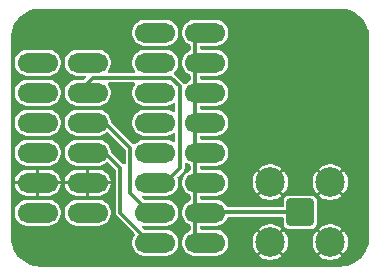
<source format=gbl>
G04 #@! TF.GenerationSoftware,KiCad,Pcbnew,9.0.4-9.0.4-0~ubuntu24.04.1*
G04 #@! TF.CreationDate,2025-08-30T18:29:49-07:00*
G04 #@! TF.ProjectId,2025-pmod-sma,32303235-2d70-46d6-9f64-2d736d612e6b,rev?*
G04 #@! TF.SameCoordinates,Original*
G04 #@! TF.FileFunction,Copper,L2,Bot*
G04 #@! TF.FilePolarity,Positive*
%FSLAX46Y46*%
G04 Gerber Fmt 4.6, Leading zero omitted, Abs format (unit mm)*
G04 Created by KiCad (PCBNEW 9.0.4-9.0.4-0~ubuntu24.04.1) date 2025-08-30 18:29:49*
%MOMM*%
%LPD*%
G01*
G04 APERTURE LIST*
G04 Aperture macros list*
%AMRoundRect*
0 Rectangle with rounded corners*
0 $1 Rounding radius*
0 $2 $3 $4 $5 $6 $7 $8 $9 X,Y pos of 4 corners*
0 Add a 4 corners polygon primitive as box body*
4,1,4,$2,$3,$4,$5,$6,$7,$8,$9,$2,$3,0*
0 Add four circle primitives for the rounded corners*
1,1,$1+$1,$2,$3*
1,1,$1+$1,$4,$5*
1,1,$1+$1,$6,$7*
1,1,$1+$1,$8,$9*
0 Add four rect primitives between the rounded corners*
20,1,$1+$1,$2,$3,$4,$5,0*
20,1,$1+$1,$4,$5,$6,$7,0*
20,1,$1+$1,$6,$7,$8,$9,0*
20,1,$1+$1,$8,$9,$2,$3,0*%
G04 Aperture macros list end*
G04 #@! TA.AperFunction,ComponentPad*
%ADD10RoundRect,0.850000X0.850000X0.000010X-0.850000X0.000010X-0.850000X-0.000010X0.850000X-0.000010X0*%
G04 #@! TD*
G04 #@! TA.AperFunction,ComponentPad*
%ADD11RoundRect,0.200100X0.949900X0.949900X-0.949900X0.949900X-0.949900X-0.949900X0.949900X-0.949900X0*%
G04 #@! TD*
G04 #@! TA.AperFunction,ComponentPad*
%ADD12C,2.500000*%
G04 #@! TD*
G04 #@! TA.AperFunction,ComponentPad*
%ADD13RoundRect,0.850000X-0.850000X-0.000010X0.850000X-0.000010X0.850000X0.000010X-0.850000X0.000010X0*%
G04 #@! TD*
G04 #@! TA.AperFunction,Conductor*
%ADD14C,0.300000*%
G04 #@! TD*
G04 APERTURE END LIST*
D10*
G04 #@! TO.P,J1,1,Pin_1*
G04 #@! TO.N,/A*
X111112500Y-115570000D03*
G04 #@! TO.P,J1,2,Pin_2*
G04 #@! TO.N,/B*
X111112500Y-118110000D03*
G04 #@! TO.P,J1,3,Pin_3*
G04 #@! TO.N,/C*
X111112500Y-120650000D03*
G04 #@! TO.P,J1,4,Pin_4*
G04 #@! TO.N,/D*
X111112500Y-123190000D03*
G04 #@! TO.P,J1,5,Pin_5*
G04 #@! TO.N,GND*
X111112500Y-125730000D03*
G04 #@! TO.P,J1,6,Pin_6*
G04 #@! TO.N,unconnected-(J1-Pin_6-Pad6)*
X111112500Y-128270000D03*
G04 #@! TO.P,J1,7,Pin_7*
G04 #@! TO.N,/E*
X115352500Y-115570000D03*
G04 #@! TO.P,J1,8,Pin_8*
G04 #@! TO.N,/F*
X115352500Y-118110000D03*
G04 #@! TO.P,J1,9,Pin_9*
G04 #@! TO.N,/G*
X115352500Y-120650000D03*
G04 #@! TO.P,J1,10,Pin_10*
G04 #@! TO.N,/H*
X115352500Y-123190000D03*
G04 #@! TO.P,J1,11,Pin_11*
G04 #@! TO.N,GND*
X115352500Y-125730000D03*
G04 #@! TO.P,J1,12,Pin_12*
G04 #@! TO.N,unconnected-(J1-Pin_12-Pad12)*
X115352500Y-128270000D03*
G04 #@! TD*
D11*
G04 #@! TO.P,J3,1,Pin_1*
G04 #@! TO.N,Net-(J2-Pin_10)*
X133350000Y-128230000D03*
D12*
G04 #@! TO.P,J3,2,Pin_2*
G04 #@! TO.N,GND*
X135890000Y-130770000D03*
X135890000Y-125690000D03*
X130810000Y-130770000D03*
X130810000Y-125690000D03*
G04 #@! TD*
D13*
G04 #@! TO.P,J2,1,Pin_1*
G04 #@! TO.N,/A*
X121070000Y-113030000D03*
G04 #@! TO.P,J2,2,Pin_2*
G04 #@! TO.N,/B*
X121070000Y-115570000D03*
G04 #@! TO.P,J2,3,Pin_3*
G04 #@! TO.N,/C*
X121070000Y-118110000D03*
G04 #@! TO.P,J2,4,Pin_4*
G04 #@! TO.N,/D*
X121070000Y-120650000D03*
G04 #@! TO.P,J2,5,Pin_5*
G04 #@! TO.N,/E*
X121070000Y-123190000D03*
G04 #@! TO.P,J2,6,Pin_6*
G04 #@! TO.N,/F*
X121070000Y-125730000D03*
G04 #@! TO.P,J2,7,Pin_7*
G04 #@! TO.N,/G*
X121070000Y-128270000D03*
G04 #@! TO.P,J2,8,Pin_8*
G04 #@! TO.N,/H*
X121070000Y-130810000D03*
G04 #@! TO.P,J2,9,Pin_9*
G04 #@! TO.N,Net-(J2-Pin_10)*
X125310000Y-113030000D03*
G04 #@! TO.P,J2,10,Pin_10*
X125310000Y-115570000D03*
G04 #@! TO.P,J2,11,Pin_11*
X125310000Y-118110000D03*
G04 #@! TO.P,J2,12,Pin_12*
X125310000Y-120650000D03*
G04 #@! TO.P,J2,13,Pin_13*
X125310000Y-123190000D03*
G04 #@! TO.P,J2,14,Pin_14*
X125310000Y-125730000D03*
G04 #@! TO.P,J2,15,Pin_15*
X125310000Y-128270000D03*
G04 #@! TO.P,J2,16,Pin_16*
X125310000Y-130810000D03*
G04 #@! TD*
D14*
G04 #@! TO.N,/F*
X115772500Y-116840000D02*
X114502500Y-118110000D01*
X121920000Y-125730000D02*
X123171000Y-124479000D01*
X123171000Y-124479000D02*
X123171000Y-117584730D01*
X123171000Y-117584730D02*
X122426270Y-116840000D01*
X122426270Y-116840000D02*
X115772500Y-116840000D01*
G04 #@! TO.N,/H*
X116840001Y-123190001D02*
X114502500Y-123190001D01*
X121920000Y-130810000D02*
X120650000Y-130810000D01*
X120650000Y-130810000D02*
X118110000Y-128270000D01*
X118110000Y-128270000D02*
X118110000Y-124460000D01*
X118110000Y-124460000D02*
X116840001Y-123190001D01*
G04 #@! TO.N,/G*
X118969000Y-126589000D02*
X120650000Y-128270000D01*
X118969000Y-122779000D02*
X118969000Y-126589000D01*
X120650000Y-128270000D02*
X121920000Y-128270000D01*
X114502500Y-120650000D02*
X116840000Y-120650000D01*
X116840000Y-120650000D02*
X118969000Y-122779000D01*
G04 #@! TO.N,Net-(J2-Pin_10)*
X124460000Y-128270000D02*
X125730000Y-128270000D01*
X125770000Y-128230000D02*
X133350000Y-128230000D01*
X124460000Y-113030000D02*
X124460000Y-130810000D01*
X125730000Y-128270000D02*
X125770000Y-128230000D01*
G04 #@! TD*
G04 #@! TA.AperFunction,Conductor*
G04 #@! TO.N,GND*
G36*
X136703736Y-110990726D02*
G01*
X136993796Y-111008271D01*
X137008659Y-111010076D01*
X137290798Y-111061780D01*
X137305335Y-111065363D01*
X137579172Y-111150695D01*
X137593163Y-111156000D01*
X137854743Y-111273727D01*
X137867989Y-111280680D01*
X138113465Y-111429075D01*
X138125776Y-111437573D01*
X138125792Y-111437585D01*
X138351573Y-111614473D01*
X138362781Y-111624403D01*
X138565596Y-111827218D01*
X138575526Y-111838426D01*
X138633811Y-111912821D01*
X138748899Y-112059721D01*
X138752422Y-112064217D01*
X138760926Y-112076537D01*
X138821973Y-112177521D01*
X138909316Y-112322004D01*
X138916275Y-112335263D01*
X139033997Y-112596831D01*
X139039306Y-112610832D01*
X139124635Y-112884663D01*
X139128219Y-112899201D01*
X139179923Y-113181340D01*
X139181728Y-113196205D01*
X139199274Y-113486263D01*
X139199500Y-113493750D01*
X139199500Y-130346249D01*
X139199274Y-130353736D01*
X139181728Y-130643794D01*
X139179923Y-130658659D01*
X139128219Y-130940798D01*
X139124635Y-130955336D01*
X139039306Y-131229167D01*
X139033997Y-131243168D01*
X138916275Y-131504736D01*
X138909316Y-131517995D01*
X138760928Y-131763459D01*
X138752422Y-131775782D01*
X138575526Y-132001573D01*
X138565596Y-132012781D01*
X138362781Y-132215596D01*
X138351573Y-132225526D01*
X138125782Y-132402422D01*
X138113459Y-132410928D01*
X137867995Y-132559316D01*
X137854736Y-132566275D01*
X137593168Y-132683997D01*
X137579167Y-132689306D01*
X137305336Y-132774635D01*
X137290798Y-132778219D01*
X137008659Y-132829923D01*
X136993794Y-132831728D01*
X136703736Y-132849274D01*
X136696249Y-132849500D01*
X111414817Y-132849500D01*
X111407212Y-132849499D01*
X111407209Y-132849499D01*
X111377020Y-132849499D01*
X111345063Y-132849499D01*
X111345062Y-132849498D01*
X111337579Y-132849273D01*
X111047519Y-132831730D01*
X111032654Y-132829925D01*
X110750522Y-132778224D01*
X110735989Y-132774642D01*
X110599060Y-132731975D01*
X110462138Y-132689309D01*
X110448137Y-132683999D01*
X110186573Y-132566280D01*
X110173314Y-132559321D01*
X109927849Y-132410933D01*
X109915526Y-132402427D01*
X109689737Y-132225535D01*
X109678529Y-132215606D01*
X109475704Y-132012783D01*
X109465774Y-132001574D01*
X109400509Y-131918270D01*
X109288876Y-131775781D01*
X109280378Y-131763470D01*
X109131978Y-131517988D01*
X109125029Y-131504746D01*
X109007302Y-131243168D01*
X109002003Y-131229198D01*
X108916660Y-130955322D01*
X108913081Y-130940800D01*
X108866438Y-130686282D01*
X108861375Y-130658659D01*
X108859571Y-130643796D01*
X108849263Y-130473388D01*
X108842046Y-130354066D01*
X108841820Y-130346579D01*
X108841820Y-128185962D01*
X109162000Y-128185962D01*
X109162000Y-128354038D01*
X109163984Y-128387360D01*
X109164812Y-128401250D01*
X109209484Y-128606602D01*
X109209487Y-128606613D01*
X109292218Y-128799808D01*
X109292220Y-128799811D01*
X109292221Y-128799813D01*
X109410023Y-128973865D01*
X109558635Y-129122477D01*
X109732687Y-129240279D01*
X109732689Y-129240280D01*
X109732691Y-129240281D01*
X109861487Y-129295435D01*
X109925888Y-129323013D01*
X109925896Y-129323014D01*
X109925897Y-129323015D01*
X110131249Y-129367687D01*
X110131250Y-129367687D01*
X110131255Y-129367688D01*
X110178462Y-129370500D01*
X110178473Y-129370500D01*
X112046527Y-129370500D01*
X112046538Y-129370500D01*
X112093745Y-129367688D01*
X112094219Y-129367585D01*
X112162200Y-129352796D01*
X112299112Y-129323013D01*
X112492313Y-129240279D01*
X112666365Y-129122477D01*
X112814977Y-128973865D01*
X112932779Y-128799813D01*
X113015513Y-128606612D01*
X113060188Y-128401245D01*
X113063000Y-128354038D01*
X113063000Y-128185962D01*
X113402000Y-128185962D01*
X113402000Y-128354038D01*
X113403984Y-128387360D01*
X113404812Y-128401250D01*
X113449484Y-128606602D01*
X113449487Y-128606613D01*
X113532218Y-128799808D01*
X113532220Y-128799811D01*
X113532221Y-128799813D01*
X113650023Y-128973865D01*
X113798635Y-129122477D01*
X113972687Y-129240279D01*
X113972689Y-129240280D01*
X113972691Y-129240281D01*
X114101487Y-129295435D01*
X114165888Y-129323013D01*
X114165896Y-129323014D01*
X114165897Y-129323015D01*
X114371249Y-129367687D01*
X114371250Y-129367687D01*
X114371255Y-129367688D01*
X114418462Y-129370500D01*
X114418473Y-129370500D01*
X116286527Y-129370500D01*
X116286538Y-129370500D01*
X116333745Y-129367688D01*
X116334219Y-129367585D01*
X116402200Y-129352796D01*
X116539112Y-129323013D01*
X116732313Y-129240279D01*
X116906365Y-129122477D01*
X117054977Y-128973865D01*
X117172779Y-128799813D01*
X117255513Y-128606612D01*
X117300188Y-128401245D01*
X117303000Y-128354038D01*
X117303000Y-128185962D01*
X117300188Y-128138755D01*
X117287211Y-128079103D01*
X117255515Y-127933397D01*
X117255512Y-127933386D01*
X117172781Y-127740191D01*
X117172780Y-127740189D01*
X117172779Y-127740187D01*
X117054977Y-127566135D01*
X116906365Y-127417523D01*
X116732313Y-127299721D01*
X116732311Y-127299720D01*
X116732308Y-127299718D01*
X116539113Y-127216987D01*
X116539102Y-127216984D01*
X116333750Y-127172312D01*
X116318992Y-127171433D01*
X116286538Y-127169500D01*
X114418462Y-127169500D01*
X114387916Y-127171319D01*
X114371249Y-127172312D01*
X114165897Y-127216984D01*
X114165886Y-127216987D01*
X113972691Y-127299718D01*
X113798637Y-127417521D01*
X113798632Y-127417525D01*
X113650025Y-127566132D01*
X113650021Y-127566137D01*
X113532218Y-127740191D01*
X113449487Y-127933386D01*
X113449484Y-127933397D01*
X113404812Y-128138749D01*
X113404812Y-128138755D01*
X113402000Y-128185962D01*
X113063000Y-128185962D01*
X113060188Y-128138755D01*
X113047211Y-128079103D01*
X113015515Y-127933397D01*
X113015512Y-127933386D01*
X112932781Y-127740191D01*
X112932780Y-127740189D01*
X112932779Y-127740187D01*
X112814977Y-127566135D01*
X112666365Y-127417523D01*
X112492313Y-127299721D01*
X112492311Y-127299720D01*
X112492308Y-127299718D01*
X112299113Y-127216987D01*
X112299102Y-127216984D01*
X112093750Y-127172312D01*
X112078992Y-127171433D01*
X112046538Y-127169500D01*
X110178462Y-127169500D01*
X110147916Y-127171319D01*
X110131249Y-127172312D01*
X109925897Y-127216984D01*
X109925886Y-127216987D01*
X109732691Y-127299718D01*
X109558637Y-127417521D01*
X109558632Y-127417525D01*
X109410025Y-127566132D01*
X109410021Y-127566137D01*
X109292218Y-127740191D01*
X109209487Y-127933386D01*
X109209484Y-127933397D01*
X109164812Y-128138749D01*
X109164812Y-128138755D01*
X109162000Y-128185962D01*
X108841820Y-128185962D01*
X108841820Y-125855000D01*
X109164943Y-125855000D01*
X109165310Y-125861182D01*
X109165312Y-125861192D01*
X109209963Y-126066456D01*
X109209965Y-126066462D01*
X109292658Y-126259566D01*
X109410410Y-126433546D01*
X109558953Y-126582089D01*
X109732933Y-126699841D01*
X109926037Y-126782534D01*
X109926045Y-126782536D01*
X110131307Y-126827187D01*
X110131310Y-126827188D01*
X110178513Y-126829999D01*
X110987499Y-126829999D01*
X110987500Y-126829998D01*
X110987500Y-125855000D01*
X109164943Y-125855000D01*
X108841820Y-125855000D01*
X108841820Y-125604999D01*
X109164942Y-125604999D01*
X109164943Y-125605000D01*
X110987500Y-125605000D01*
X111237500Y-125605000D01*
X111478356Y-125605000D01*
X111462500Y-125664174D01*
X111462500Y-125795826D01*
X111478356Y-125855000D01*
X111237500Y-125855000D01*
X111237500Y-126829999D01*
X112046486Y-126829999D01*
X112046488Y-126829998D01*
X112093691Y-126827187D01*
X112298954Y-126782536D01*
X112298962Y-126782534D01*
X112492066Y-126699841D01*
X112666046Y-126582089D01*
X112814589Y-126433546D01*
X112932341Y-126259566D01*
X113015034Y-126066462D01*
X113015036Y-126066456D01*
X113059687Y-125861192D01*
X113059689Y-125861182D01*
X113060057Y-125855000D01*
X112446644Y-125855000D01*
X112462500Y-125795826D01*
X112462500Y-125664174D01*
X112446644Y-125605000D01*
X113060057Y-125605000D01*
X113060057Y-125604999D01*
X113404942Y-125604999D01*
X113404943Y-125605000D01*
X114018356Y-125605000D01*
X114002500Y-125664174D01*
X114002500Y-125795826D01*
X114018356Y-125855000D01*
X113404943Y-125855000D01*
X113405310Y-125861182D01*
X113405312Y-125861192D01*
X113449963Y-126066456D01*
X113449965Y-126066462D01*
X113532658Y-126259566D01*
X113650410Y-126433546D01*
X113798953Y-126582089D01*
X113972933Y-126699841D01*
X114166037Y-126782534D01*
X114166045Y-126782536D01*
X114371307Y-126827187D01*
X114371310Y-126827188D01*
X114418513Y-126829999D01*
X115227499Y-126829999D01*
X115477500Y-126829999D01*
X116286486Y-126829999D01*
X116286488Y-126829998D01*
X116333691Y-126827187D01*
X116538954Y-126782536D01*
X116538962Y-126782534D01*
X116732066Y-126699841D01*
X116906046Y-126582089D01*
X117054589Y-126433546D01*
X117172341Y-126259566D01*
X117255034Y-126066462D01*
X117255036Y-126066456D01*
X117299687Y-125861192D01*
X117299689Y-125861182D01*
X117300057Y-125855000D01*
X115477500Y-125855000D01*
X115477500Y-126829999D01*
X115227499Y-126829999D01*
X115227500Y-126829998D01*
X115227500Y-125855000D01*
X114986644Y-125855000D01*
X115002500Y-125795826D01*
X115002500Y-125664174D01*
X114986644Y-125605000D01*
X115227500Y-125605000D01*
X115477500Y-125605000D01*
X117300057Y-125605000D01*
X117300057Y-125604999D01*
X117299689Y-125598817D01*
X117299687Y-125598807D01*
X117255036Y-125393543D01*
X117255034Y-125393537D01*
X117172341Y-125200433D01*
X117054589Y-125026453D01*
X116906046Y-124877910D01*
X116732066Y-124760158D01*
X116538962Y-124677465D01*
X116538954Y-124677463D01*
X116333692Y-124632812D01*
X116333689Y-124632811D01*
X116286488Y-124630000D01*
X115477500Y-124630000D01*
X115477500Y-125605000D01*
X115227500Y-125605000D01*
X115227500Y-124630000D01*
X114418514Y-124630000D01*
X114418511Y-124630001D01*
X114371308Y-124632812D01*
X114166045Y-124677463D01*
X114166037Y-124677465D01*
X113972933Y-124760158D01*
X113798953Y-124877910D01*
X113650410Y-125026453D01*
X113532658Y-125200433D01*
X113449965Y-125393537D01*
X113449963Y-125393543D01*
X113405312Y-125598807D01*
X113405310Y-125598817D01*
X113404942Y-125604999D01*
X113060057Y-125604999D01*
X113059689Y-125598817D01*
X113059687Y-125598807D01*
X113015036Y-125393543D01*
X113015034Y-125393537D01*
X112932341Y-125200433D01*
X112814589Y-125026453D01*
X112666046Y-124877910D01*
X112492066Y-124760158D01*
X112298962Y-124677465D01*
X112298954Y-124677463D01*
X112093692Y-124632812D01*
X112093689Y-124632811D01*
X112046488Y-124630000D01*
X111237500Y-124630000D01*
X111237500Y-125605000D01*
X110987500Y-125605000D01*
X110987500Y-124630000D01*
X110178514Y-124630000D01*
X110178511Y-124630001D01*
X110131308Y-124632812D01*
X109926045Y-124677463D01*
X109926037Y-124677465D01*
X109732933Y-124760158D01*
X109558953Y-124877910D01*
X109410410Y-125026453D01*
X109292658Y-125200433D01*
X109209965Y-125393537D01*
X109209963Y-125393543D01*
X109165312Y-125598807D01*
X109165310Y-125598817D01*
X109164942Y-125604999D01*
X108841820Y-125604999D01*
X108841820Y-123105962D01*
X109162000Y-123105962D01*
X109162000Y-123274038D01*
X109163984Y-123307360D01*
X109164812Y-123321250D01*
X109209484Y-123526602D01*
X109209487Y-123526613D01*
X109292218Y-123719808D01*
X109292220Y-123719811D01*
X109292221Y-123719813D01*
X109410023Y-123893865D01*
X109558635Y-124042477D01*
X109732687Y-124160279D01*
X109732689Y-124160280D01*
X109732691Y-124160281D01*
X109858340Y-124214087D01*
X109925888Y-124243013D01*
X109925896Y-124243014D01*
X109925897Y-124243015D01*
X110131249Y-124287687D01*
X110131250Y-124287687D01*
X110131255Y-124287688D01*
X110178462Y-124290500D01*
X110178473Y-124290500D01*
X112046527Y-124290500D01*
X112046538Y-124290500D01*
X112093745Y-124287688D01*
X112299112Y-124243013D01*
X112492313Y-124160279D01*
X112666365Y-124042477D01*
X112814977Y-123893865D01*
X112932779Y-123719813D01*
X113015513Y-123526612D01*
X113060188Y-123321245D01*
X113063000Y-123274038D01*
X113063000Y-123105962D01*
X113060188Y-123058755D01*
X113015513Y-122853388D01*
X112932779Y-122660187D01*
X112814977Y-122486135D01*
X112666365Y-122337523D01*
X112492313Y-122219721D01*
X112492311Y-122219720D01*
X112492308Y-122219718D01*
X112299113Y-122136987D01*
X112299102Y-122136984D01*
X112093750Y-122092312D01*
X112078992Y-122091433D01*
X112046538Y-122089500D01*
X110178462Y-122089500D01*
X110147916Y-122091319D01*
X110131249Y-122092312D01*
X109925897Y-122136984D01*
X109925886Y-122136987D01*
X109732691Y-122219718D01*
X109558637Y-122337521D01*
X109558632Y-122337525D01*
X109410025Y-122486132D01*
X109410021Y-122486137D01*
X109292218Y-122660191D01*
X109209487Y-122853386D01*
X109209484Y-122853397D01*
X109164812Y-123058749D01*
X109164812Y-123058755D01*
X109162000Y-123105962D01*
X108841820Y-123105962D01*
X108841820Y-120565962D01*
X109162000Y-120565962D01*
X109162000Y-120734038D01*
X109163984Y-120767360D01*
X109164812Y-120781250D01*
X109209484Y-120986602D01*
X109209487Y-120986613D01*
X109292218Y-121179808D01*
X109292220Y-121179811D01*
X109292221Y-121179813D01*
X109410023Y-121353865D01*
X109558635Y-121502477D01*
X109732687Y-121620279D01*
X109732689Y-121620280D01*
X109732691Y-121620281D01*
X109771472Y-121636888D01*
X109925888Y-121703013D01*
X109925896Y-121703014D01*
X109925897Y-121703015D01*
X110131249Y-121747687D01*
X110131250Y-121747687D01*
X110131255Y-121747688D01*
X110178462Y-121750500D01*
X110178473Y-121750500D01*
X112046527Y-121750500D01*
X112046538Y-121750500D01*
X112093745Y-121747688D01*
X112299112Y-121703013D01*
X112492313Y-121620279D01*
X112666365Y-121502477D01*
X112814977Y-121353865D01*
X112932779Y-121179813D01*
X113015513Y-120986612D01*
X113060188Y-120781245D01*
X113063000Y-120734038D01*
X113063000Y-120565962D01*
X113060188Y-120518755D01*
X113015513Y-120313388D01*
X112932779Y-120120187D01*
X112814977Y-119946135D01*
X112666365Y-119797523D01*
X112492313Y-119679721D01*
X112492311Y-119679720D01*
X112492308Y-119679718D01*
X112299113Y-119596987D01*
X112299102Y-119596984D01*
X112093750Y-119552312D01*
X112078992Y-119551433D01*
X112046538Y-119549500D01*
X110178462Y-119549500D01*
X110147916Y-119551319D01*
X110131249Y-119552312D01*
X109925897Y-119596984D01*
X109925886Y-119596987D01*
X109732691Y-119679718D01*
X109558637Y-119797521D01*
X109558632Y-119797525D01*
X109410025Y-119946132D01*
X109410021Y-119946137D01*
X109292218Y-120120191D01*
X109209487Y-120313386D01*
X109209484Y-120313397D01*
X109164812Y-120518749D01*
X109164812Y-120518755D01*
X109162000Y-120565962D01*
X108841820Y-120565962D01*
X108841820Y-118025962D01*
X109162000Y-118025962D01*
X109162000Y-118194038D01*
X109163984Y-118227360D01*
X109164812Y-118241250D01*
X109209484Y-118446602D01*
X109209487Y-118446613D01*
X109292218Y-118639808D01*
X109292220Y-118639811D01*
X109292221Y-118639813D01*
X109410023Y-118813865D01*
X109558635Y-118962477D01*
X109732687Y-119080279D01*
X109732689Y-119080280D01*
X109732691Y-119080281D01*
X109771472Y-119096888D01*
X109925888Y-119163013D01*
X109925896Y-119163014D01*
X109925897Y-119163015D01*
X110131249Y-119207687D01*
X110131250Y-119207687D01*
X110131255Y-119207688D01*
X110178462Y-119210500D01*
X110178473Y-119210500D01*
X112046527Y-119210500D01*
X112046538Y-119210500D01*
X112093745Y-119207688D01*
X112299112Y-119163013D01*
X112492313Y-119080279D01*
X112666365Y-118962477D01*
X112814977Y-118813865D01*
X112932779Y-118639813D01*
X113015513Y-118446612D01*
X113060188Y-118241245D01*
X113063000Y-118194038D01*
X113063000Y-118025962D01*
X113060188Y-117978755D01*
X113015513Y-117773388D01*
X112932779Y-117580187D01*
X112814977Y-117406135D01*
X112666365Y-117257523D01*
X112492313Y-117139721D01*
X112492311Y-117139720D01*
X112492308Y-117139718D01*
X112299113Y-117056987D01*
X112299102Y-117056984D01*
X112093750Y-117012312D01*
X112078992Y-117011433D01*
X112046538Y-117009500D01*
X110178462Y-117009500D01*
X110147916Y-117011319D01*
X110131249Y-117012312D01*
X109925897Y-117056984D01*
X109925886Y-117056987D01*
X109732691Y-117139718D01*
X109558637Y-117257521D01*
X109558632Y-117257525D01*
X109410025Y-117406132D01*
X109410021Y-117406137D01*
X109292218Y-117580191D01*
X109209487Y-117773386D01*
X109209484Y-117773397D01*
X109164812Y-117978749D01*
X109164812Y-117978755D01*
X109162000Y-118025962D01*
X108841820Y-118025962D01*
X108841820Y-115485962D01*
X109162000Y-115485962D01*
X109162000Y-115654038D01*
X109163984Y-115687360D01*
X109164812Y-115701250D01*
X109209484Y-115906602D01*
X109209487Y-115906613D01*
X109292218Y-116099808D01*
X109292220Y-116099811D01*
X109292221Y-116099813D01*
X109410023Y-116273865D01*
X109558635Y-116422477D01*
X109732687Y-116540279D01*
X109732689Y-116540280D01*
X109732691Y-116540281D01*
X109786810Y-116563456D01*
X109925888Y-116623013D01*
X109925896Y-116623014D01*
X109925897Y-116623015D01*
X110131249Y-116667687D01*
X110131250Y-116667687D01*
X110131255Y-116667688D01*
X110178462Y-116670500D01*
X110178473Y-116670500D01*
X112046527Y-116670500D01*
X112046538Y-116670500D01*
X112093745Y-116667688D01*
X112299112Y-116623013D01*
X112492313Y-116540279D01*
X112666365Y-116422477D01*
X112814977Y-116273865D01*
X112932779Y-116099813D01*
X113015513Y-115906612D01*
X113060188Y-115701245D01*
X113063000Y-115654038D01*
X113063000Y-115485962D01*
X113402000Y-115485962D01*
X113402000Y-115654038D01*
X113403984Y-115687360D01*
X113404812Y-115701250D01*
X113449484Y-115906602D01*
X113449487Y-115906613D01*
X113532218Y-116099808D01*
X113532220Y-116099811D01*
X113532221Y-116099813D01*
X113650023Y-116273865D01*
X113798635Y-116422477D01*
X113972687Y-116540279D01*
X113972689Y-116540280D01*
X113972691Y-116540281D01*
X114026810Y-116563456D01*
X114165888Y-116623013D01*
X114165896Y-116623014D01*
X114165897Y-116623015D01*
X114371249Y-116667687D01*
X114371250Y-116667687D01*
X114371255Y-116667688D01*
X114418462Y-116670500D01*
X115076245Y-116670500D01*
X115097490Y-116676738D01*
X115119579Y-116678318D01*
X115130362Y-116686390D01*
X115143284Y-116690185D01*
X115157783Y-116706918D01*
X115175512Y-116720190D01*
X115180219Y-116732810D01*
X115189039Y-116742989D01*
X115192190Y-116764906D01*
X115199929Y-116785654D01*
X115197066Y-116798814D01*
X115198983Y-116812147D01*
X115189783Y-116832290D01*
X115185077Y-116853927D01*
X115171808Y-116871652D01*
X115169958Y-116875703D01*
X115163926Y-116882181D01*
X115072926Y-116973181D01*
X115011603Y-117006666D01*
X114985245Y-117009500D01*
X114418462Y-117009500D01*
X114387916Y-117011319D01*
X114371249Y-117012312D01*
X114165897Y-117056984D01*
X114165886Y-117056987D01*
X113972691Y-117139718D01*
X113798637Y-117257521D01*
X113798632Y-117257525D01*
X113650025Y-117406132D01*
X113650021Y-117406137D01*
X113532218Y-117580191D01*
X113449487Y-117773386D01*
X113449484Y-117773397D01*
X113404812Y-117978749D01*
X113404812Y-117978755D01*
X113402000Y-118025962D01*
X113402000Y-118194038D01*
X113403984Y-118227360D01*
X113404812Y-118241250D01*
X113449484Y-118446602D01*
X113449487Y-118446613D01*
X113532218Y-118639808D01*
X113532220Y-118639811D01*
X113532221Y-118639813D01*
X113650023Y-118813865D01*
X113798635Y-118962477D01*
X113972687Y-119080279D01*
X113972689Y-119080280D01*
X113972691Y-119080281D01*
X114011472Y-119096888D01*
X114165888Y-119163013D01*
X114165896Y-119163014D01*
X114165897Y-119163015D01*
X114371249Y-119207687D01*
X114371250Y-119207687D01*
X114371255Y-119207688D01*
X114418462Y-119210500D01*
X114418473Y-119210500D01*
X116286527Y-119210500D01*
X116286538Y-119210500D01*
X116333745Y-119207688D01*
X116539112Y-119163013D01*
X116732313Y-119080279D01*
X116906365Y-118962477D01*
X117054977Y-118813865D01*
X117172779Y-118639813D01*
X117255513Y-118446612D01*
X117300188Y-118241245D01*
X117303000Y-118194038D01*
X117303000Y-118025962D01*
X117300188Y-117978755D01*
X117255513Y-117773388D01*
X117172779Y-117580187D01*
X117073837Y-117434001D01*
X117052564Y-117367451D01*
X117070648Y-117299962D01*
X117122348Y-117252963D01*
X117176529Y-117240500D01*
X119245971Y-117240500D01*
X119313010Y-117260185D01*
X119358765Y-117312989D01*
X119368709Y-117382147D01*
X119348662Y-117434000D01*
X119249721Y-117580187D01*
X119249718Y-117580192D01*
X119166987Y-117773386D01*
X119166984Y-117773397D01*
X119122312Y-117978749D01*
X119122312Y-117978755D01*
X119119500Y-118025962D01*
X119119500Y-118194038D01*
X119121484Y-118227360D01*
X119122312Y-118241250D01*
X119166984Y-118446602D01*
X119166987Y-118446613D01*
X119249718Y-118639808D01*
X119249720Y-118639811D01*
X119249721Y-118639813D01*
X119367523Y-118813865D01*
X119516135Y-118962477D01*
X119690187Y-119080279D01*
X119690189Y-119080280D01*
X119690191Y-119080281D01*
X119728972Y-119096888D01*
X119883388Y-119163013D01*
X119883396Y-119163014D01*
X119883397Y-119163015D01*
X120088749Y-119207687D01*
X120088750Y-119207687D01*
X120088755Y-119207688D01*
X120135962Y-119210500D01*
X120135973Y-119210500D01*
X122004027Y-119210500D01*
X122004038Y-119210500D01*
X122051245Y-119207688D01*
X122256612Y-119163013D01*
X122449813Y-119080279D01*
X122576997Y-118994197D01*
X122643549Y-118972923D01*
X122711038Y-118991007D01*
X122758036Y-119042707D01*
X122770500Y-119096888D01*
X122770500Y-119663111D01*
X122750815Y-119730150D01*
X122698011Y-119775905D01*
X122628853Y-119785849D01*
X122576997Y-119765802D01*
X122449813Y-119679721D01*
X122449811Y-119679720D01*
X122449808Y-119679718D01*
X122256613Y-119596987D01*
X122256602Y-119596984D01*
X122051250Y-119552312D01*
X122036492Y-119551433D01*
X122004038Y-119549500D01*
X120135962Y-119549500D01*
X120105416Y-119551319D01*
X120088749Y-119552312D01*
X119883397Y-119596984D01*
X119883386Y-119596987D01*
X119690191Y-119679718D01*
X119516137Y-119797521D01*
X119516132Y-119797525D01*
X119367525Y-119946132D01*
X119367521Y-119946137D01*
X119249718Y-120120191D01*
X119166987Y-120313386D01*
X119166984Y-120313397D01*
X119122312Y-120518749D01*
X119122312Y-120518755D01*
X119119500Y-120565962D01*
X119119500Y-120734038D01*
X119121484Y-120767360D01*
X119122312Y-120781250D01*
X119166984Y-120986602D01*
X119166987Y-120986613D01*
X119249718Y-121179808D01*
X119249720Y-121179811D01*
X119249721Y-121179813D01*
X119367523Y-121353865D01*
X119516135Y-121502477D01*
X119690187Y-121620279D01*
X119690189Y-121620280D01*
X119690191Y-121620281D01*
X119728972Y-121636888D01*
X119883388Y-121703013D01*
X119883396Y-121703014D01*
X119883397Y-121703015D01*
X120088749Y-121747687D01*
X120088750Y-121747687D01*
X120088755Y-121747688D01*
X120135962Y-121750500D01*
X120135973Y-121750500D01*
X122004027Y-121750500D01*
X122004038Y-121750500D01*
X122051245Y-121747688D01*
X122256612Y-121703013D01*
X122449813Y-121620279D01*
X122576997Y-121534197D01*
X122643549Y-121512923D01*
X122711038Y-121531007D01*
X122758036Y-121582707D01*
X122770500Y-121636888D01*
X122770500Y-122203111D01*
X122750815Y-122270150D01*
X122698011Y-122315905D01*
X122628853Y-122325849D01*
X122576997Y-122305802D01*
X122449813Y-122219721D01*
X122449811Y-122219720D01*
X122449808Y-122219718D01*
X122256613Y-122136987D01*
X122256602Y-122136984D01*
X122051250Y-122092312D01*
X122036492Y-122091433D01*
X122004038Y-122089500D01*
X120135962Y-122089500D01*
X120105416Y-122091319D01*
X120088749Y-122092312D01*
X119883397Y-122136984D01*
X119883386Y-122136987D01*
X119690191Y-122219718D01*
X119516137Y-122337521D01*
X119392706Y-122460951D01*
X119384767Y-122465285D01*
X119379350Y-122472525D01*
X119354582Y-122481767D01*
X119331382Y-122494435D01*
X119322363Y-122493789D01*
X119313889Y-122496952D01*
X119288053Y-122491335D01*
X119261691Y-122489450D01*
X119252647Y-122483638D01*
X119245614Y-122482110D01*
X119217387Y-122460982D01*
X119217357Y-122460963D01*
X119210584Y-122454192D01*
X119210582Y-122454189D01*
X119210571Y-122454179D01*
X117332895Y-120576502D01*
X117299410Y-120515179D01*
X117255515Y-120313397D01*
X117255512Y-120313386D01*
X117172781Y-120120191D01*
X117172780Y-120120189D01*
X117172779Y-120120187D01*
X117054977Y-119946135D01*
X116906365Y-119797523D01*
X116732313Y-119679721D01*
X116732311Y-119679720D01*
X116732308Y-119679718D01*
X116539113Y-119596987D01*
X116539102Y-119596984D01*
X116333750Y-119552312D01*
X116318992Y-119551433D01*
X116286538Y-119549500D01*
X114418462Y-119549500D01*
X114387916Y-119551319D01*
X114371249Y-119552312D01*
X114165897Y-119596984D01*
X114165886Y-119596987D01*
X113972691Y-119679718D01*
X113798637Y-119797521D01*
X113798632Y-119797525D01*
X113650025Y-119946132D01*
X113650021Y-119946137D01*
X113532218Y-120120191D01*
X113449487Y-120313386D01*
X113449484Y-120313397D01*
X113404812Y-120518749D01*
X113404812Y-120518755D01*
X113402000Y-120565962D01*
X113402000Y-120734038D01*
X113403984Y-120767360D01*
X113404812Y-120781250D01*
X113449484Y-120986602D01*
X113449487Y-120986613D01*
X113532218Y-121179808D01*
X113532220Y-121179811D01*
X113532221Y-121179813D01*
X113650023Y-121353865D01*
X113798635Y-121502477D01*
X113972687Y-121620279D01*
X113972689Y-121620280D01*
X113972691Y-121620281D01*
X114011472Y-121636888D01*
X114165888Y-121703013D01*
X114165896Y-121703014D01*
X114165897Y-121703015D01*
X114371249Y-121747687D01*
X114371250Y-121747687D01*
X114371255Y-121747688D01*
X114418462Y-121750500D01*
X114418473Y-121750500D01*
X116286527Y-121750500D01*
X116286538Y-121750500D01*
X116333745Y-121747688D01*
X116539112Y-121703013D01*
X116732313Y-121620279D01*
X116906365Y-121502477D01*
X116928542Y-121480298D01*
X116989861Y-121446814D01*
X117059553Y-121451796D01*
X117103905Y-121480298D01*
X118532181Y-122908573D01*
X118565666Y-122969896D01*
X118568500Y-122996254D01*
X118568500Y-124052745D01*
X118548815Y-124119784D01*
X118496011Y-124165539D01*
X118426853Y-124175483D01*
X118363297Y-124146458D01*
X118356819Y-124140426D01*
X117332895Y-123116502D01*
X117299410Y-123055179D01*
X117255515Y-122853397D01*
X117255512Y-122853386D01*
X117172781Y-122660191D01*
X117172780Y-122660189D01*
X117172779Y-122660187D01*
X117054977Y-122486135D01*
X116906365Y-122337523D01*
X116732313Y-122219721D01*
X116732311Y-122219720D01*
X116732308Y-122219718D01*
X116539113Y-122136987D01*
X116539102Y-122136984D01*
X116333750Y-122092312D01*
X116318992Y-122091433D01*
X116286538Y-122089500D01*
X114418462Y-122089500D01*
X114387916Y-122091319D01*
X114371249Y-122092312D01*
X114165897Y-122136984D01*
X114165886Y-122136987D01*
X113972691Y-122219718D01*
X113798637Y-122337521D01*
X113798632Y-122337525D01*
X113650025Y-122486132D01*
X113650021Y-122486137D01*
X113532218Y-122660191D01*
X113449487Y-122853386D01*
X113449484Y-122853397D01*
X113404812Y-123058749D01*
X113404812Y-123058755D01*
X113402000Y-123105962D01*
X113402000Y-123274038D01*
X113403984Y-123307360D01*
X113404812Y-123321250D01*
X113449484Y-123526602D01*
X113449487Y-123526613D01*
X113532218Y-123719808D01*
X113532220Y-123719811D01*
X113532221Y-123719813D01*
X113650023Y-123893865D01*
X113798635Y-124042477D01*
X113972687Y-124160279D01*
X113972689Y-124160280D01*
X113972691Y-124160281D01*
X114098340Y-124214087D01*
X114165888Y-124243013D01*
X114165896Y-124243014D01*
X114165897Y-124243015D01*
X114371249Y-124287687D01*
X114371250Y-124287687D01*
X114371255Y-124287688D01*
X114418462Y-124290500D01*
X114418473Y-124290500D01*
X116286527Y-124290500D01*
X116286538Y-124290500D01*
X116333745Y-124287688D01*
X116539112Y-124243013D01*
X116732313Y-124160279D01*
X116906365Y-124042477D01*
X116928542Y-124020298D01*
X116989861Y-123986814D01*
X117059553Y-123991796D01*
X117103905Y-124020298D01*
X117673181Y-124589574D01*
X117706666Y-124650897D01*
X117709500Y-124677255D01*
X117709500Y-128322726D01*
X117736793Y-128424589D01*
X117762919Y-128469839D01*
X117789520Y-128515913D01*
X117789522Y-128515915D01*
X119300059Y-130026452D01*
X119333544Y-130087775D01*
X119328560Y-130157467D01*
X119315069Y-130183636D01*
X119249718Y-130280191D01*
X119166987Y-130473386D01*
X119166984Y-130473397D01*
X119122312Y-130678749D01*
X119121319Y-130695416D01*
X119119500Y-130725962D01*
X119119500Y-130894038D01*
X119121484Y-130927360D01*
X119122312Y-130941250D01*
X119166984Y-131146602D01*
X119166987Y-131146613D01*
X119249718Y-131339808D01*
X119249720Y-131339811D01*
X119249721Y-131339813D01*
X119367523Y-131513865D01*
X119516135Y-131662477D01*
X119690187Y-131780279D01*
X119690189Y-131780280D01*
X119690191Y-131780281D01*
X119818987Y-131835435D01*
X119883388Y-131863013D01*
X119883396Y-131863014D01*
X119883397Y-131863015D01*
X120088749Y-131907687D01*
X120088750Y-131907687D01*
X120088755Y-131907688D01*
X120135962Y-131910500D01*
X120135973Y-131910500D01*
X122004027Y-131910500D01*
X122004038Y-131910500D01*
X122051245Y-131907688D01*
X122256612Y-131863013D01*
X122449813Y-131780279D01*
X122623865Y-131662477D01*
X122772477Y-131513865D01*
X122890279Y-131339813D01*
X122973013Y-131146612D01*
X123017688Y-130941245D01*
X123020500Y-130894038D01*
X123020500Y-130725962D01*
X123017688Y-130678755D01*
X123016531Y-130673438D01*
X122973015Y-130473397D01*
X122973012Y-130473386D01*
X122890281Y-130280191D01*
X122890280Y-130280189D01*
X122890279Y-130280187D01*
X122772477Y-130106135D01*
X122623865Y-129957523D01*
X122449813Y-129839721D01*
X122449811Y-129839720D01*
X122449808Y-129839718D01*
X122256613Y-129756987D01*
X122256602Y-129756984D01*
X122051250Y-129712312D01*
X122036492Y-129711433D01*
X122004038Y-129709500D01*
X120167255Y-129709500D01*
X120100216Y-129689815D01*
X120079574Y-129673181D01*
X119984673Y-129578280D01*
X119951188Y-129516957D01*
X119956172Y-129447265D01*
X119998044Y-129391332D01*
X120063508Y-129366915D01*
X120083954Y-129367585D01*
X120083965Y-129367402D01*
X120088750Y-129367687D01*
X120088755Y-129367688D01*
X120135962Y-129370500D01*
X120135973Y-129370500D01*
X122004027Y-129370500D01*
X122004038Y-129370500D01*
X122051245Y-129367688D01*
X122051719Y-129367585D01*
X122119700Y-129352796D01*
X122256612Y-129323013D01*
X122449813Y-129240279D01*
X122623865Y-129122477D01*
X122772477Y-128973865D01*
X122890279Y-128799813D01*
X122973013Y-128606612D01*
X123017688Y-128401245D01*
X123020500Y-128354038D01*
X123020500Y-128185962D01*
X123017688Y-128138755D01*
X123004711Y-128079103D01*
X122973015Y-127933397D01*
X122973012Y-127933386D01*
X122890281Y-127740191D01*
X122890280Y-127740189D01*
X122890279Y-127740187D01*
X122772477Y-127566135D01*
X122623865Y-127417523D01*
X122449813Y-127299721D01*
X122449811Y-127299720D01*
X122449808Y-127299718D01*
X122256613Y-127216987D01*
X122256602Y-127216984D01*
X122051250Y-127172312D01*
X122036492Y-127171433D01*
X122004038Y-127169500D01*
X120167255Y-127169500D01*
X120100216Y-127149815D01*
X120079574Y-127133181D01*
X119984673Y-127038280D01*
X119951188Y-126976957D01*
X119956172Y-126907265D01*
X119998044Y-126851332D01*
X120063508Y-126826915D01*
X120083954Y-126827585D01*
X120083965Y-126827402D01*
X120088750Y-126827687D01*
X120088755Y-126827688D01*
X120135962Y-126830500D01*
X120135973Y-126830500D01*
X122004027Y-126830500D01*
X122004038Y-126830500D01*
X122051245Y-126827688D01*
X122051719Y-126827585D01*
X122119700Y-126812796D01*
X122256612Y-126783013D01*
X122449813Y-126700279D01*
X122623865Y-126582477D01*
X122772477Y-126433865D01*
X122890279Y-126259813D01*
X122973013Y-126066612D01*
X123017688Y-125861245D01*
X123020500Y-125814038D01*
X123020500Y-125645962D01*
X123017688Y-125598755D01*
X123016531Y-125593438D01*
X122973015Y-125393397D01*
X122973012Y-125393386D01*
X122961072Y-125365505D01*
X122952776Y-125296133D01*
X122983304Y-125233285D01*
X122987356Y-125229035D01*
X123491480Y-124724913D01*
X123544207Y-124633588D01*
X123571500Y-124531727D01*
X123571500Y-124426273D01*
X123571500Y-124151169D01*
X123591185Y-124084130D01*
X123643989Y-124038375D01*
X123713147Y-124028431D01*
X123765003Y-124048479D01*
X123930185Y-124160278D01*
X123930186Y-124160278D01*
X123930187Y-124160279D01*
X123984313Y-124183457D01*
X124038190Y-124227942D01*
X124059465Y-124294493D01*
X124059500Y-124297445D01*
X124059500Y-124622554D01*
X124039815Y-124689593D01*
X123987011Y-124735348D01*
X123984314Y-124736542D01*
X123930190Y-124759719D01*
X123756137Y-124877521D01*
X123756132Y-124877525D01*
X123607525Y-125026132D01*
X123607521Y-125026137D01*
X123489718Y-125200191D01*
X123406987Y-125393386D01*
X123406984Y-125393397D01*
X123362312Y-125598749D01*
X123361319Y-125615416D01*
X123359500Y-125645962D01*
X123359500Y-125814038D01*
X123361484Y-125847360D01*
X123362312Y-125861250D01*
X123406984Y-126066602D01*
X123406987Y-126066613D01*
X123489718Y-126259808D01*
X123489720Y-126259811D01*
X123489721Y-126259813D01*
X123607523Y-126433865D01*
X123756135Y-126582477D01*
X123930187Y-126700279D01*
X123984313Y-126723457D01*
X124038190Y-126767942D01*
X124059465Y-126834493D01*
X124059500Y-126837445D01*
X124059500Y-127162554D01*
X124039815Y-127229593D01*
X123987011Y-127275348D01*
X123984314Y-127276542D01*
X123930190Y-127299719D01*
X123756137Y-127417521D01*
X123756132Y-127417525D01*
X123607525Y-127566132D01*
X123607521Y-127566137D01*
X123489718Y-127740191D01*
X123406987Y-127933386D01*
X123406984Y-127933397D01*
X123362312Y-128138749D01*
X123362312Y-128138755D01*
X123359500Y-128185962D01*
X123359500Y-128354038D01*
X123361484Y-128387360D01*
X123362312Y-128401250D01*
X123406984Y-128606602D01*
X123406987Y-128606613D01*
X123489718Y-128799808D01*
X123489720Y-128799811D01*
X123489721Y-128799813D01*
X123607523Y-128973865D01*
X123756135Y-129122477D01*
X123930187Y-129240279D01*
X123984313Y-129263457D01*
X124038190Y-129307942D01*
X124059465Y-129374493D01*
X124059500Y-129377445D01*
X124059500Y-129702554D01*
X124039815Y-129769593D01*
X123987011Y-129815348D01*
X123984314Y-129816542D01*
X123930190Y-129839719D01*
X123756137Y-129957521D01*
X123756132Y-129957525D01*
X123607525Y-130106132D01*
X123607521Y-130106137D01*
X123489718Y-130280191D01*
X123406987Y-130473386D01*
X123406984Y-130473397D01*
X123362312Y-130678749D01*
X123361319Y-130695416D01*
X123359500Y-130725962D01*
X123359500Y-130894038D01*
X123361484Y-130927360D01*
X123362312Y-130941250D01*
X123406984Y-131146602D01*
X123406987Y-131146613D01*
X123489718Y-131339808D01*
X123489720Y-131339811D01*
X123489721Y-131339813D01*
X123607523Y-131513865D01*
X123756135Y-131662477D01*
X123930187Y-131780279D01*
X123930189Y-131780280D01*
X123930191Y-131780281D01*
X124058987Y-131835435D01*
X124123388Y-131863013D01*
X124123396Y-131863014D01*
X124123397Y-131863015D01*
X124328749Y-131907687D01*
X124328750Y-131907687D01*
X124328755Y-131907688D01*
X124375962Y-131910500D01*
X124375973Y-131910500D01*
X126244027Y-131910500D01*
X126244038Y-131910500D01*
X126291245Y-131907688D01*
X126496612Y-131863013D01*
X126689813Y-131780279D01*
X126863865Y-131662477D01*
X127012477Y-131513865D01*
X127130279Y-131339813D01*
X127213013Y-131146612D01*
X127257688Y-130941245D01*
X127260500Y-130894038D01*
X127260500Y-130725962D01*
X127257688Y-130678755D01*
X127251856Y-130651947D01*
X129310000Y-130651947D01*
X129310000Y-130888052D01*
X129346934Y-131121247D01*
X129419897Y-131345802D01*
X129527087Y-131556175D01*
X129661728Y-131741493D01*
X129661729Y-131741494D01*
X130126377Y-131276846D01*
X130149762Y-131311844D01*
X130268156Y-131430238D01*
X130303152Y-131453621D01*
X129838504Y-131918269D01*
X129838505Y-131918270D01*
X130023825Y-132052912D01*
X130234197Y-132160102D01*
X130458752Y-132233065D01*
X130458751Y-132233065D01*
X130691948Y-132270000D01*
X130928052Y-132270000D01*
X131161247Y-132233065D01*
X131385802Y-132160102D01*
X131596174Y-132052912D01*
X131781493Y-131918271D01*
X131781494Y-131918269D01*
X131316846Y-131453622D01*
X131351844Y-131430238D01*
X131470238Y-131311844D01*
X131493622Y-131276846D01*
X131958269Y-131741494D01*
X131958271Y-131741493D01*
X132092912Y-131556174D01*
X132200102Y-131345802D01*
X132273065Y-131121247D01*
X132310000Y-130888052D01*
X132310000Y-130651947D01*
X134390000Y-130651947D01*
X134390000Y-130888052D01*
X134426934Y-131121247D01*
X134499897Y-131345802D01*
X134607087Y-131556175D01*
X134741728Y-131741493D01*
X134741728Y-131741494D01*
X135206376Y-131276845D01*
X135229762Y-131311844D01*
X135348156Y-131430238D01*
X135383152Y-131453621D01*
X134918504Y-131918269D01*
X134918505Y-131918270D01*
X135103825Y-132052912D01*
X135314197Y-132160102D01*
X135538752Y-132233065D01*
X135538751Y-132233065D01*
X135771948Y-132270000D01*
X136008052Y-132270000D01*
X136241247Y-132233065D01*
X136465802Y-132160102D01*
X136676174Y-132052912D01*
X136861493Y-131918271D01*
X136861494Y-131918269D01*
X136396846Y-131453622D01*
X136431844Y-131430238D01*
X136550238Y-131311844D01*
X136573622Y-131276847D01*
X137038269Y-131741494D01*
X137038271Y-131741493D01*
X137172912Y-131556174D01*
X137280102Y-131345802D01*
X137353065Y-131121247D01*
X137390000Y-130888052D01*
X137390000Y-130651947D01*
X137353065Y-130418752D01*
X137280102Y-130194197D01*
X137172912Y-129983825D01*
X137038270Y-129798505D01*
X137038269Y-129798504D01*
X136573621Y-130263152D01*
X136550238Y-130228156D01*
X136431844Y-130109762D01*
X136396846Y-130086377D01*
X136861494Y-129621729D01*
X136861493Y-129621728D01*
X136676175Y-129487087D01*
X136465802Y-129379897D01*
X136241247Y-129306934D01*
X136241248Y-129306934D01*
X136008052Y-129270000D01*
X135771948Y-129270000D01*
X135538752Y-129306934D01*
X135314197Y-129379897D01*
X135103830Y-129487084D01*
X134918505Y-129621729D01*
X135383153Y-130086377D01*
X135348156Y-130109762D01*
X135229762Y-130228156D01*
X135206377Y-130263153D01*
X134741729Y-129798505D01*
X134607084Y-129983830D01*
X134499897Y-130194197D01*
X134426934Y-130418752D01*
X134390000Y-130651947D01*
X132310000Y-130651947D01*
X132273065Y-130418752D01*
X132200102Y-130194197D01*
X132092912Y-129983825D01*
X131958270Y-129798505D01*
X131958269Y-129798504D01*
X131493621Y-130263152D01*
X131470238Y-130228156D01*
X131351844Y-130109762D01*
X131316846Y-130086377D01*
X131781494Y-129621729D01*
X131781493Y-129621728D01*
X131596175Y-129487087D01*
X131385802Y-129379897D01*
X131161247Y-129306934D01*
X131161248Y-129306934D01*
X130928052Y-129270000D01*
X130691948Y-129270000D01*
X130458752Y-129306934D01*
X130234197Y-129379897D01*
X130023830Y-129487084D01*
X129838505Y-129621729D01*
X130303153Y-130086377D01*
X130268156Y-130109762D01*
X130149762Y-130228156D01*
X130126377Y-130263153D01*
X129661729Y-129798505D01*
X129527084Y-129983830D01*
X129419897Y-130194197D01*
X129346934Y-130418752D01*
X129310000Y-130651947D01*
X127251856Y-130651947D01*
X127213013Y-130473388D01*
X127130279Y-130280187D01*
X127012477Y-130106135D01*
X126863865Y-129957523D01*
X126689813Y-129839721D01*
X126689810Y-129839719D01*
X126689806Y-129839717D01*
X126557302Y-129782976D01*
X126526050Y-129769593D01*
X126496613Y-129756987D01*
X126496602Y-129756984D01*
X126291250Y-129712312D01*
X126276492Y-129711433D01*
X126244038Y-129709500D01*
X126244027Y-129709500D01*
X124984500Y-129709500D01*
X124975814Y-129706949D01*
X124966853Y-129708238D01*
X124942812Y-129697259D01*
X124917461Y-129689815D01*
X124911533Y-129682974D01*
X124903297Y-129679213D01*
X124889007Y-129656978D01*
X124871706Y-129637011D01*
X124869418Y-129626496D01*
X124865523Y-129620435D01*
X124860500Y-129585500D01*
X124860500Y-129494500D01*
X124880185Y-129427461D01*
X124932989Y-129381706D01*
X124984500Y-129370500D01*
X126244027Y-129370500D01*
X126244038Y-129370500D01*
X126291245Y-129367688D01*
X126291719Y-129367585D01*
X126359700Y-129352796D01*
X126496612Y-129323013D01*
X126689813Y-129240279D01*
X126863865Y-129122477D01*
X127012477Y-128973865D01*
X127130279Y-128799813D01*
X127170586Y-128705688D01*
X127215071Y-128651810D01*
X127281623Y-128630535D01*
X127284574Y-128630500D01*
X131825500Y-128630500D01*
X131892539Y-128650185D01*
X131938294Y-128702989D01*
X131949500Y-128754500D01*
X131949500Y-129234186D01*
X131952353Y-129264614D01*
X131952353Y-129264616D01*
X131952354Y-129264618D01*
X131997217Y-129392830D01*
X131997218Y-129392832D01*
X131997219Y-129392833D01*
X132077878Y-129502121D01*
X132168792Y-129569219D01*
X132187170Y-129582783D01*
X132315382Y-129627646D01*
X132328426Y-129628869D01*
X132345814Y-129630500D01*
X132345818Y-129630500D01*
X134354186Y-129630500D01*
X134369400Y-129629073D01*
X134384618Y-129627646D01*
X134512830Y-129582783D01*
X134523378Y-129574997D01*
X134531209Y-129569219D01*
X134622121Y-129502121D01*
X134662607Y-129447265D01*
X134702783Y-129392830D01*
X134747646Y-129264618D01*
X134749928Y-129240281D01*
X134750500Y-129234186D01*
X134750500Y-127225813D01*
X134747646Y-127195385D01*
X134747646Y-127195382D01*
X134702783Y-127067170D01*
X134622121Y-126957879D01*
X134583285Y-126929216D01*
X134531207Y-126890780D01*
X134531206Y-126890779D01*
X134512833Y-126877219D01*
X134512832Y-126877218D01*
X134512830Y-126877217D01*
X134384618Y-126832354D01*
X134384616Y-126832353D01*
X134384614Y-126832353D01*
X134354186Y-126829500D01*
X134354182Y-126829500D01*
X132345818Y-126829500D01*
X132345814Y-126829500D01*
X132315385Y-126832353D01*
X132315382Y-126832353D01*
X132315382Y-126832354D01*
X132187170Y-126877217D01*
X132187168Y-126877218D01*
X132187166Y-126877219D01*
X132077878Y-126957878D01*
X131997219Y-127067166D01*
X131997218Y-127067168D01*
X131997217Y-127067170D01*
X131954237Y-127190000D01*
X131952353Y-127195385D01*
X131949500Y-127225813D01*
X131949500Y-127705500D01*
X131929815Y-127772539D01*
X131877011Y-127818294D01*
X131825500Y-127829500D01*
X127250316Y-127829500D01*
X127183277Y-127809815D01*
X127137522Y-127757011D01*
X127136327Y-127754311D01*
X127130279Y-127740187D01*
X127012477Y-127566135D01*
X126863865Y-127417523D01*
X126689813Y-127299721D01*
X126689811Y-127299720D01*
X126689808Y-127299718D01*
X126496613Y-127216987D01*
X126496602Y-127216984D01*
X126291250Y-127172312D01*
X126276492Y-127171433D01*
X126244038Y-127169500D01*
X126244027Y-127169500D01*
X124984500Y-127169500D01*
X124975814Y-127166949D01*
X124966853Y-127168238D01*
X124942812Y-127157259D01*
X124917461Y-127149815D01*
X124911533Y-127142974D01*
X124903297Y-127139213D01*
X124889007Y-127116978D01*
X124871706Y-127097011D01*
X124869418Y-127086496D01*
X124865523Y-127080435D01*
X124860500Y-127045500D01*
X124860500Y-126954500D01*
X124880185Y-126887461D01*
X124932989Y-126841706D01*
X124984500Y-126830500D01*
X126244027Y-126830500D01*
X126244038Y-126830500D01*
X126291245Y-126827688D01*
X126291719Y-126827585D01*
X126359700Y-126812796D01*
X126496612Y-126783013D01*
X126689813Y-126700279D01*
X126863865Y-126582477D01*
X127012477Y-126433865D01*
X127130279Y-126259813D01*
X127213013Y-126066612D01*
X127257688Y-125861245D01*
X127260500Y-125814038D01*
X127260500Y-125645962D01*
X127257688Y-125598755D01*
X127251856Y-125571947D01*
X129310000Y-125571947D01*
X129310000Y-125808052D01*
X129346934Y-126041247D01*
X129419897Y-126265802D01*
X129527087Y-126476175D01*
X129661728Y-126661493D01*
X129661729Y-126661494D01*
X130126377Y-126196846D01*
X130149762Y-126231844D01*
X130268156Y-126350238D01*
X130303152Y-126373621D01*
X129838504Y-126838269D01*
X129838505Y-126838270D01*
X130023825Y-126972912D01*
X130234197Y-127080102D01*
X130458752Y-127153065D01*
X130458751Y-127153065D01*
X130691948Y-127190000D01*
X130928052Y-127190000D01*
X131161247Y-127153065D01*
X131385802Y-127080102D01*
X131596174Y-126972912D01*
X131781493Y-126838271D01*
X131781494Y-126838269D01*
X131316846Y-126373622D01*
X131351844Y-126350238D01*
X131470238Y-126231844D01*
X131493622Y-126196846D01*
X131958269Y-126661494D01*
X131958271Y-126661493D01*
X132092912Y-126476174D01*
X132200102Y-126265802D01*
X132273065Y-126041247D01*
X132310000Y-125808052D01*
X132310000Y-125571947D01*
X134390000Y-125571947D01*
X134390000Y-125808052D01*
X134426934Y-126041247D01*
X134499897Y-126265802D01*
X134607087Y-126476175D01*
X134741728Y-126661493D01*
X134741728Y-126661494D01*
X135206376Y-126196845D01*
X135229762Y-126231844D01*
X135348156Y-126350238D01*
X135383152Y-126373621D01*
X134918504Y-126838269D01*
X134918505Y-126838270D01*
X135103825Y-126972912D01*
X135314197Y-127080102D01*
X135538752Y-127153065D01*
X135538751Y-127153065D01*
X135771948Y-127190000D01*
X136008052Y-127190000D01*
X136241247Y-127153065D01*
X136465802Y-127080102D01*
X136676174Y-126972912D01*
X136861493Y-126838271D01*
X136861494Y-126838269D01*
X136396846Y-126373622D01*
X136431844Y-126350238D01*
X136550238Y-126231844D01*
X136573622Y-126196847D01*
X137038269Y-126661494D01*
X137038271Y-126661493D01*
X137172912Y-126476174D01*
X137280102Y-126265802D01*
X137353065Y-126041247D01*
X137390000Y-125808052D01*
X137390000Y-125571947D01*
X137353065Y-125338752D01*
X137280102Y-125114197D01*
X137172912Y-124903825D01*
X137038270Y-124718505D01*
X137038269Y-124718504D01*
X136573621Y-125183152D01*
X136550238Y-125148156D01*
X136431844Y-125029762D01*
X136396846Y-125006377D01*
X136861494Y-124541729D01*
X136861493Y-124541728D01*
X136676175Y-124407087D01*
X136465802Y-124299897D01*
X136241247Y-124226934D01*
X136241248Y-124226934D01*
X136008052Y-124190000D01*
X135771948Y-124190000D01*
X135538752Y-124226934D01*
X135314197Y-124299897D01*
X135103830Y-124407084D01*
X134918505Y-124541729D01*
X135383153Y-125006377D01*
X135348156Y-125029762D01*
X135229762Y-125148156D01*
X135206377Y-125183153D01*
X134741729Y-124718505D01*
X134607084Y-124903830D01*
X134499897Y-125114197D01*
X134426934Y-125338752D01*
X134390000Y-125571947D01*
X132310000Y-125571947D01*
X132273065Y-125338752D01*
X132200102Y-125114197D01*
X132092912Y-124903825D01*
X131958270Y-124718505D01*
X131958269Y-124718504D01*
X131493621Y-125183152D01*
X131470238Y-125148156D01*
X131351844Y-125029762D01*
X131316846Y-125006377D01*
X131781494Y-124541729D01*
X131781493Y-124541728D01*
X131596175Y-124407087D01*
X131385802Y-124299897D01*
X131161247Y-124226934D01*
X131161248Y-124226934D01*
X130928052Y-124190000D01*
X130691948Y-124190000D01*
X130458752Y-124226934D01*
X130234197Y-124299897D01*
X130023830Y-124407084D01*
X129838505Y-124541729D01*
X130303153Y-125006377D01*
X130268156Y-125029762D01*
X130149762Y-125148156D01*
X130126377Y-125183153D01*
X129661729Y-124718505D01*
X129527084Y-124903830D01*
X129419897Y-125114197D01*
X129346934Y-125338752D01*
X129310000Y-125571947D01*
X127251856Y-125571947D01*
X127213013Y-125393388D01*
X127157638Y-125264075D01*
X127130281Y-125200191D01*
X127130280Y-125200189D01*
X127130279Y-125200187D01*
X127012477Y-125026135D01*
X126863865Y-124877523D01*
X126689813Y-124759721D01*
X126689810Y-124759719D01*
X126689806Y-124759717D01*
X126557302Y-124702976D01*
X126532529Y-124692367D01*
X126496613Y-124676987D01*
X126496602Y-124676984D01*
X126291250Y-124632312D01*
X126276492Y-124631433D01*
X126244038Y-124629500D01*
X126244027Y-124629500D01*
X124984500Y-124629500D01*
X124975814Y-124626949D01*
X124966853Y-124628238D01*
X124942812Y-124617259D01*
X124917461Y-124609815D01*
X124911533Y-124602974D01*
X124903297Y-124599213D01*
X124889007Y-124576978D01*
X124871706Y-124557011D01*
X124869418Y-124546496D01*
X124865523Y-124540435D01*
X124860500Y-124505500D01*
X124860500Y-124414500D01*
X124880185Y-124347461D01*
X124932989Y-124301706D01*
X124984500Y-124290500D01*
X126244027Y-124290500D01*
X126244038Y-124290500D01*
X126291245Y-124287688D01*
X126496612Y-124243013D01*
X126689813Y-124160279D01*
X126863865Y-124042477D01*
X127012477Y-123893865D01*
X127130279Y-123719813D01*
X127213013Y-123526612D01*
X127257688Y-123321245D01*
X127260500Y-123274038D01*
X127260500Y-123105962D01*
X127257688Y-123058755D01*
X127213013Y-122853388D01*
X127130279Y-122660187D01*
X127012477Y-122486135D01*
X126863865Y-122337523D01*
X126689813Y-122219721D01*
X126689811Y-122219720D01*
X126689808Y-122219718D01*
X126496613Y-122136987D01*
X126496602Y-122136984D01*
X126291250Y-122092312D01*
X126276492Y-122091433D01*
X126244038Y-122089500D01*
X126244027Y-122089500D01*
X124984500Y-122089500D01*
X124975814Y-122086949D01*
X124966853Y-122088238D01*
X124942812Y-122077259D01*
X124917461Y-122069815D01*
X124911533Y-122062974D01*
X124903297Y-122059213D01*
X124889007Y-122036978D01*
X124871706Y-122017011D01*
X124869418Y-122006496D01*
X124865523Y-122000435D01*
X124860500Y-121965500D01*
X124860500Y-121874500D01*
X124880185Y-121807461D01*
X124932989Y-121761706D01*
X124984500Y-121750500D01*
X126244027Y-121750500D01*
X126244038Y-121750500D01*
X126291245Y-121747688D01*
X126496612Y-121703013D01*
X126689813Y-121620279D01*
X126863865Y-121502477D01*
X127012477Y-121353865D01*
X127130279Y-121179813D01*
X127213013Y-120986612D01*
X127257688Y-120781245D01*
X127260500Y-120734038D01*
X127260500Y-120565962D01*
X127257688Y-120518755D01*
X127213013Y-120313388D01*
X127130279Y-120120187D01*
X127012477Y-119946135D01*
X126863865Y-119797523D01*
X126689813Y-119679721D01*
X126689811Y-119679720D01*
X126689808Y-119679718D01*
X126496613Y-119596987D01*
X126496602Y-119596984D01*
X126291250Y-119552312D01*
X126276492Y-119551433D01*
X126244038Y-119549500D01*
X126244027Y-119549500D01*
X124984500Y-119549500D01*
X124975814Y-119546949D01*
X124966853Y-119548238D01*
X124942812Y-119537259D01*
X124917461Y-119529815D01*
X124911533Y-119522974D01*
X124903297Y-119519213D01*
X124889007Y-119496978D01*
X124871706Y-119477011D01*
X124869418Y-119466496D01*
X124865523Y-119460435D01*
X124860500Y-119425500D01*
X124860500Y-119334500D01*
X124880185Y-119267461D01*
X124932989Y-119221706D01*
X124984500Y-119210500D01*
X126244027Y-119210500D01*
X126244038Y-119210500D01*
X126291245Y-119207688D01*
X126496612Y-119163013D01*
X126689813Y-119080279D01*
X126863865Y-118962477D01*
X127012477Y-118813865D01*
X127130279Y-118639813D01*
X127213013Y-118446612D01*
X127257688Y-118241245D01*
X127260500Y-118194038D01*
X127260500Y-118025962D01*
X127257688Y-117978755D01*
X127213013Y-117773388D01*
X127130279Y-117580187D01*
X127012477Y-117406135D01*
X126863865Y-117257523D01*
X126689813Y-117139721D01*
X126689811Y-117139720D01*
X126689808Y-117139718D01*
X126496613Y-117056987D01*
X126496602Y-117056984D01*
X126291250Y-117012312D01*
X126276492Y-117011433D01*
X126244038Y-117009500D01*
X126244027Y-117009500D01*
X124984500Y-117009500D01*
X124975814Y-117006949D01*
X124966853Y-117008238D01*
X124942812Y-116997259D01*
X124917461Y-116989815D01*
X124911533Y-116982974D01*
X124903297Y-116979213D01*
X124889007Y-116956978D01*
X124871706Y-116937011D01*
X124869418Y-116926496D01*
X124865523Y-116920435D01*
X124860500Y-116885500D01*
X124860500Y-116794500D01*
X124880185Y-116727461D01*
X124932989Y-116681706D01*
X124984500Y-116670500D01*
X126244027Y-116670500D01*
X126244038Y-116670500D01*
X126291245Y-116667688D01*
X126496612Y-116623013D01*
X126689813Y-116540279D01*
X126863865Y-116422477D01*
X127012477Y-116273865D01*
X127130279Y-116099813D01*
X127213013Y-115906612D01*
X127257688Y-115701245D01*
X127260500Y-115654038D01*
X127260500Y-115485962D01*
X127257688Y-115438755D01*
X127213013Y-115233388D01*
X127130279Y-115040187D01*
X127012477Y-114866135D01*
X126863865Y-114717523D01*
X126689813Y-114599721D01*
X126689811Y-114599720D01*
X126689808Y-114599718D01*
X126496613Y-114516987D01*
X126496602Y-114516984D01*
X126291250Y-114472312D01*
X126276492Y-114471433D01*
X126244038Y-114469500D01*
X126244027Y-114469500D01*
X124984500Y-114469500D01*
X124975814Y-114466949D01*
X124966853Y-114468238D01*
X124942812Y-114457259D01*
X124917461Y-114449815D01*
X124911533Y-114442974D01*
X124903297Y-114439213D01*
X124889007Y-114416978D01*
X124871706Y-114397011D01*
X124869418Y-114386496D01*
X124865523Y-114380435D01*
X124860500Y-114345500D01*
X124860500Y-114254500D01*
X124880185Y-114187461D01*
X124932989Y-114141706D01*
X124984500Y-114130500D01*
X126244027Y-114130500D01*
X126244038Y-114130500D01*
X126291245Y-114127688D01*
X126496612Y-114083013D01*
X126689813Y-114000279D01*
X126863865Y-113882477D01*
X127012477Y-113733865D01*
X127130279Y-113559813D01*
X127213013Y-113366612D01*
X127257688Y-113161245D01*
X127260500Y-113114038D01*
X127260500Y-112945962D01*
X127257688Y-112898755D01*
X127256182Y-112891833D01*
X127213015Y-112693397D01*
X127213012Y-112693386D01*
X127130281Y-112500191D01*
X127130280Y-112500189D01*
X127130279Y-112500187D01*
X127012477Y-112326135D01*
X126863865Y-112177523D01*
X126689813Y-112059721D01*
X126689811Y-112059720D01*
X126689808Y-112059718D01*
X126496613Y-111976987D01*
X126496602Y-111976984D01*
X126291250Y-111932312D01*
X126276492Y-111931433D01*
X126244038Y-111929500D01*
X124375962Y-111929500D01*
X124345416Y-111931319D01*
X124328749Y-111932312D01*
X124123397Y-111976984D01*
X124123386Y-111976987D01*
X123930191Y-112059718D01*
X123756137Y-112177521D01*
X123756132Y-112177525D01*
X123607525Y-112326132D01*
X123607521Y-112326137D01*
X123489718Y-112500191D01*
X123406987Y-112693386D01*
X123406984Y-112693397D01*
X123362312Y-112898749D01*
X123362312Y-112898755D01*
X123359500Y-112945962D01*
X123359500Y-113114038D01*
X123361484Y-113147360D01*
X123362312Y-113161250D01*
X123406984Y-113366602D01*
X123406987Y-113366613D01*
X123489718Y-113559808D01*
X123489720Y-113559811D01*
X123489721Y-113559813D01*
X123607523Y-113733865D01*
X123756135Y-113882477D01*
X123930187Y-114000279D01*
X123984313Y-114023457D01*
X124038190Y-114067942D01*
X124059465Y-114134493D01*
X124059500Y-114137445D01*
X124059500Y-114462554D01*
X124039815Y-114529593D01*
X123987011Y-114575348D01*
X123984314Y-114576542D01*
X123930190Y-114599719D01*
X123756137Y-114717521D01*
X123756132Y-114717525D01*
X123607525Y-114866132D01*
X123607521Y-114866137D01*
X123489718Y-115040191D01*
X123406987Y-115233386D01*
X123406984Y-115233397D01*
X123362312Y-115438749D01*
X123362312Y-115438755D01*
X123359500Y-115485962D01*
X123359500Y-115654038D01*
X123361484Y-115687360D01*
X123362312Y-115701250D01*
X123406984Y-115906602D01*
X123406987Y-115906613D01*
X123489718Y-116099808D01*
X123489720Y-116099811D01*
X123489721Y-116099813D01*
X123607523Y-116273865D01*
X123756135Y-116422477D01*
X123930187Y-116540279D01*
X123984313Y-116563457D01*
X124038190Y-116607942D01*
X124059465Y-116674493D01*
X124059500Y-116677445D01*
X124059500Y-117002554D01*
X124039815Y-117069593D01*
X123987011Y-117115348D01*
X123984314Y-117116542D01*
X123930190Y-117139719D01*
X123756137Y-117257521D01*
X123670841Y-117342817D01*
X123609517Y-117376301D01*
X123539826Y-117371317D01*
X123495479Y-117342816D01*
X122687183Y-116534520D01*
X122653698Y-116473197D01*
X122658682Y-116403505D01*
X122687179Y-116359162D01*
X122772477Y-116273865D01*
X122890279Y-116099813D01*
X122973013Y-115906612D01*
X123017688Y-115701245D01*
X123020500Y-115654038D01*
X123020500Y-115485962D01*
X123017688Y-115438755D01*
X122973013Y-115233388D01*
X122890279Y-115040187D01*
X122772477Y-114866135D01*
X122623865Y-114717523D01*
X122449813Y-114599721D01*
X122449811Y-114599720D01*
X122449808Y-114599718D01*
X122256613Y-114516987D01*
X122256602Y-114516984D01*
X122051250Y-114472312D01*
X122036492Y-114471433D01*
X122004038Y-114469500D01*
X120135962Y-114469500D01*
X120105416Y-114471319D01*
X120088749Y-114472312D01*
X119883397Y-114516984D01*
X119883386Y-114516987D01*
X119690191Y-114599718D01*
X119516137Y-114717521D01*
X119516132Y-114717525D01*
X119367525Y-114866132D01*
X119367521Y-114866137D01*
X119249718Y-115040191D01*
X119166987Y-115233386D01*
X119166984Y-115233397D01*
X119122312Y-115438749D01*
X119122312Y-115438755D01*
X119119500Y-115485962D01*
X119119500Y-115654038D01*
X119121484Y-115687360D01*
X119122312Y-115701250D01*
X119166984Y-115906602D01*
X119166987Y-115906612D01*
X119249721Y-116099813D01*
X119348662Y-116245998D01*
X119369936Y-116312549D01*
X119351852Y-116380038D01*
X119300152Y-116427037D01*
X119245971Y-116439500D01*
X117176529Y-116439500D01*
X117109490Y-116419815D01*
X117063735Y-116367011D01*
X117053791Y-116297853D01*
X117073837Y-116245999D01*
X117172779Y-116099813D01*
X117255513Y-115906612D01*
X117300188Y-115701245D01*
X117303000Y-115654038D01*
X117303000Y-115485962D01*
X117300188Y-115438755D01*
X117255513Y-115233388D01*
X117172779Y-115040187D01*
X117054977Y-114866135D01*
X116906365Y-114717523D01*
X116732313Y-114599721D01*
X116732311Y-114599720D01*
X116732308Y-114599718D01*
X116539113Y-114516987D01*
X116539102Y-114516984D01*
X116333750Y-114472312D01*
X116318992Y-114471433D01*
X116286538Y-114469500D01*
X114418462Y-114469500D01*
X114387916Y-114471319D01*
X114371249Y-114472312D01*
X114165897Y-114516984D01*
X114165886Y-114516987D01*
X113972691Y-114599718D01*
X113798637Y-114717521D01*
X113798632Y-114717525D01*
X113650025Y-114866132D01*
X113650021Y-114866137D01*
X113532218Y-115040191D01*
X113449487Y-115233386D01*
X113449484Y-115233397D01*
X113404812Y-115438749D01*
X113404812Y-115438755D01*
X113402000Y-115485962D01*
X113063000Y-115485962D01*
X113060188Y-115438755D01*
X113015513Y-115233388D01*
X112932779Y-115040187D01*
X112814977Y-114866135D01*
X112666365Y-114717523D01*
X112492313Y-114599721D01*
X112492311Y-114599720D01*
X112492308Y-114599718D01*
X112299113Y-114516987D01*
X112299102Y-114516984D01*
X112093750Y-114472312D01*
X112078992Y-114471433D01*
X112046538Y-114469500D01*
X110178462Y-114469500D01*
X110147916Y-114471319D01*
X110131249Y-114472312D01*
X109925897Y-114516984D01*
X109925886Y-114516987D01*
X109732691Y-114599718D01*
X109558637Y-114717521D01*
X109558632Y-114717525D01*
X109410025Y-114866132D01*
X109410021Y-114866137D01*
X109292218Y-115040191D01*
X109209487Y-115233386D01*
X109209484Y-115233397D01*
X109164812Y-115438749D01*
X109164812Y-115438755D01*
X109162000Y-115485962D01*
X108841820Y-115485962D01*
X108841820Y-113493750D01*
X108842046Y-113486263D01*
X108845806Y-113424108D01*
X108859591Y-113196203D01*
X108861396Y-113181341D01*
X108899072Y-112975751D01*
X108904531Y-112945962D01*
X119119500Y-112945962D01*
X119119500Y-113114038D01*
X119121484Y-113147360D01*
X119122312Y-113161250D01*
X119166984Y-113366602D01*
X119166987Y-113366613D01*
X119249718Y-113559808D01*
X119249720Y-113559811D01*
X119249721Y-113559813D01*
X119367523Y-113733865D01*
X119516135Y-113882477D01*
X119690187Y-114000279D01*
X119690189Y-114000280D01*
X119690191Y-114000281D01*
X119744310Y-114023456D01*
X119883388Y-114083013D01*
X119883396Y-114083014D01*
X119883397Y-114083015D01*
X120088749Y-114127687D01*
X120088750Y-114127687D01*
X120088755Y-114127688D01*
X120135962Y-114130500D01*
X120135973Y-114130500D01*
X122004027Y-114130500D01*
X122004038Y-114130500D01*
X122051245Y-114127688D01*
X122256612Y-114083013D01*
X122449813Y-114000279D01*
X122623865Y-113882477D01*
X122772477Y-113733865D01*
X122890279Y-113559813D01*
X122973013Y-113366612D01*
X123017688Y-113161245D01*
X123020500Y-113114038D01*
X123020500Y-112945962D01*
X123017688Y-112898755D01*
X123016182Y-112891833D01*
X122973015Y-112693397D01*
X122973012Y-112693386D01*
X122890281Y-112500191D01*
X122890280Y-112500189D01*
X122890279Y-112500187D01*
X122772477Y-112326135D01*
X122623865Y-112177523D01*
X122449813Y-112059721D01*
X122449811Y-112059720D01*
X122449808Y-112059718D01*
X122256613Y-111976987D01*
X122256602Y-111976984D01*
X122051250Y-111932312D01*
X122036492Y-111931433D01*
X122004038Y-111929500D01*
X120135962Y-111929500D01*
X120105416Y-111931319D01*
X120088749Y-111932312D01*
X119883397Y-111976984D01*
X119883386Y-111976987D01*
X119690191Y-112059718D01*
X119516137Y-112177521D01*
X119516132Y-112177525D01*
X119367525Y-112326132D01*
X119367521Y-112326137D01*
X119249718Y-112500191D01*
X119166987Y-112693386D01*
X119166984Y-112693397D01*
X119122312Y-112898749D01*
X119122312Y-112898755D01*
X119119500Y-112945962D01*
X108904531Y-112945962D01*
X108913101Y-112899196D01*
X108916680Y-112884678D01*
X109002020Y-112610814D01*
X109007315Y-112596851D01*
X109125056Y-112335243D01*
X109131989Y-112322032D01*
X109280400Y-112076532D01*
X109288887Y-112064236D01*
X109465797Y-111838428D01*
X109475710Y-111827238D01*
X109678550Y-111624400D01*
X109689742Y-111614485D01*
X109915549Y-111437578D01*
X109927854Y-111429085D01*
X110173324Y-111280695D01*
X110186573Y-111273741D01*
X110448146Y-111156018D01*
X110462139Y-111150711D01*
X110735998Y-111065375D01*
X110750523Y-111061795D01*
X111032662Y-111010093D01*
X111047516Y-111008289D01*
X111288942Y-110993687D01*
X111337912Y-110990726D01*
X111345395Y-110990500D01*
X111407209Y-110990501D01*
X111407213Y-110990500D01*
X136634108Y-110990500D01*
X136696249Y-110990500D01*
X136703736Y-110990726D01*
G37*
G04 #@! TD.AperFunction*
G04 #@! TD*
M02*

</source>
